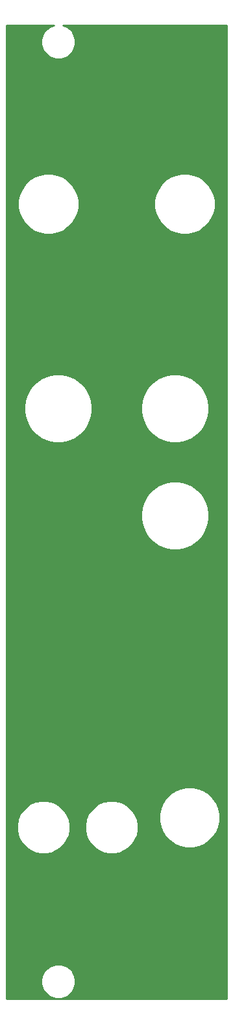
<source format=gbl>
G04 #@! TF.GenerationSoftware,KiCad,Pcbnew,5.1.7-a382d34a8~87~ubuntu18.04.1*
G04 #@! TF.CreationDate,2021-01-14T14:08:13+00:00*
G04 #@! TF.ProjectId,bad-trip-panel,6261642d-7472-4697-902d-70616e656c2e,rev?*
G04 #@! TF.SameCoordinates,Original*
G04 #@! TF.FileFunction,Copper,L2,Bot*
G04 #@! TF.FilePolarity,Positive*
%FSLAX46Y46*%
G04 Gerber Fmt 4.6, Leading zero omitted, Abs format (unit mm)*
G04 Created by KiCad (PCBNEW 5.1.7-a382d34a8~87~ubuntu18.04.1) date 2021-01-14 14:08:13*
%MOMM*%
%LPD*%
G01*
G04 APERTURE LIST*
G04 #@! TA.AperFunction,NonConductor*
%ADD10C,0.254000*%
G04 #@! TD*
G04 #@! TA.AperFunction,NonConductor*
%ADD11C,0.100000*%
G04 #@! TD*
G04 APERTURE END LIST*
D10*
X121982728Y-25277720D02*
X121574320Y-25446888D01*
X121206763Y-25692481D01*
X120894181Y-26005063D01*
X120648588Y-26372620D01*
X120479420Y-26781028D01*
X120393178Y-27214591D01*
X120393178Y-27656649D01*
X120479420Y-28090212D01*
X120648588Y-28498620D01*
X120894181Y-28866177D01*
X121206763Y-29178759D01*
X121574320Y-29424352D01*
X121982728Y-29593520D01*
X122416291Y-29679762D01*
X122858349Y-29679762D01*
X123291912Y-29593520D01*
X123700320Y-29424352D01*
X124067877Y-29178759D01*
X124380459Y-28866177D01*
X124626052Y-28498620D01*
X124795220Y-28090212D01*
X124881462Y-27656649D01*
X124881462Y-27214591D01*
X124795220Y-26781028D01*
X124626052Y-26372620D01*
X124380459Y-26005063D01*
X124067877Y-25692481D01*
X123700320Y-25446888D01*
X123291912Y-25277720D01*
X123256218Y-25270620D01*
X144542320Y-25270620D01*
X144542321Y-152200620D01*
X115872320Y-152200620D01*
X115872320Y-149714591D01*
X120393178Y-149714591D01*
X120393178Y-150156649D01*
X120479420Y-150590212D01*
X120648588Y-150998620D01*
X120894181Y-151366177D01*
X121206763Y-151678759D01*
X121574320Y-151924352D01*
X121982728Y-152093520D01*
X122416291Y-152179762D01*
X122858349Y-152179762D01*
X123291912Y-152093520D01*
X123700320Y-151924352D01*
X124067877Y-151678759D01*
X124380459Y-151366177D01*
X124626052Y-150998620D01*
X124795220Y-150590212D01*
X124881462Y-150156649D01*
X124881462Y-149714591D01*
X124795220Y-149281028D01*
X124626052Y-148872620D01*
X124380459Y-148505063D01*
X124067877Y-148192481D01*
X123700320Y-147946888D01*
X123291912Y-147777720D01*
X122858349Y-147691478D01*
X122416291Y-147691478D01*
X121982728Y-147777720D01*
X121574320Y-147946888D01*
X121206763Y-148192481D01*
X120894181Y-148505063D01*
X120648588Y-148872620D01*
X120479420Y-149281028D01*
X120393178Y-149714591D01*
X115872320Y-149714591D01*
X115872320Y-129502070D01*
X117199198Y-129502070D01*
X117199198Y-130189170D01*
X117333244Y-130863068D01*
X117596186Y-131497866D01*
X117977918Y-132069168D01*
X118463772Y-132555022D01*
X119035074Y-132936754D01*
X119669872Y-133199696D01*
X120343770Y-133333742D01*
X121030870Y-133333742D01*
X121704768Y-133199696D01*
X122339566Y-132936754D01*
X122910868Y-132555022D01*
X123396722Y-132069168D01*
X123778454Y-131497866D01*
X124041396Y-130863068D01*
X124175442Y-130189170D01*
X124175442Y-129502070D01*
X126089199Y-129502070D01*
X126089199Y-130189170D01*
X126223245Y-130863068D01*
X126486187Y-131497865D01*
X126867919Y-132069168D01*
X127353772Y-132555021D01*
X127925075Y-132936753D01*
X128559872Y-133199695D01*
X129233770Y-133333741D01*
X129920870Y-133333741D01*
X130594768Y-133199695D01*
X131229565Y-132936753D01*
X131800868Y-132555021D01*
X132286721Y-132069168D01*
X132668453Y-131497865D01*
X132931395Y-130863068D01*
X133065441Y-130189170D01*
X133065441Y-129502070D01*
X132931395Y-128828172D01*
X132668453Y-128193375D01*
X132661562Y-128183061D01*
X135751605Y-128183061D01*
X135751605Y-128968179D01*
X135904774Y-129738210D01*
X136205225Y-130463564D01*
X136641413Y-131116365D01*
X137196575Y-131671527D01*
X137849376Y-132107715D01*
X138574730Y-132408166D01*
X139344761Y-132561335D01*
X140129879Y-132561335D01*
X140899910Y-132408166D01*
X141625264Y-132107715D01*
X142278065Y-131671527D01*
X142833227Y-131116365D01*
X143269415Y-130463564D01*
X143569866Y-129738210D01*
X143723035Y-128968179D01*
X143723035Y-128183061D01*
X143569866Y-127413030D01*
X143269415Y-126687676D01*
X142833227Y-126034875D01*
X142278065Y-125479713D01*
X141625264Y-125043525D01*
X140899910Y-124743074D01*
X140129879Y-124589905D01*
X139344761Y-124589905D01*
X138574730Y-124743074D01*
X137849376Y-125043525D01*
X137196575Y-125479713D01*
X136641413Y-126034875D01*
X136205225Y-126687676D01*
X135904774Y-127413030D01*
X135751605Y-128183061D01*
X132661562Y-128183061D01*
X132286721Y-127622072D01*
X131800868Y-127136219D01*
X131229565Y-126754487D01*
X130594768Y-126491545D01*
X129920870Y-126357499D01*
X129233770Y-126357499D01*
X128559872Y-126491545D01*
X127925075Y-126754487D01*
X127353772Y-127136219D01*
X126867919Y-127622072D01*
X126486187Y-128193375D01*
X126223245Y-128828172D01*
X126089199Y-129502070D01*
X124175442Y-129502070D01*
X124041396Y-128828172D01*
X123778454Y-128193374D01*
X123396722Y-127622072D01*
X122910868Y-127136218D01*
X122339566Y-126754486D01*
X121704768Y-126491544D01*
X121030870Y-126357498D01*
X120343770Y-126357498D01*
X119669872Y-126491544D01*
X119035074Y-126754486D01*
X118463772Y-127136218D01*
X117977918Y-127622072D01*
X117596186Y-128193374D01*
X117333244Y-128828172D01*
X117199198Y-129502070D01*
X115872320Y-129502070D01*
X115872320Y-88764053D01*
X133354013Y-88764053D01*
X133354013Y-89647187D01*
X133526304Y-90513352D01*
X133864265Y-91329262D01*
X134354908Y-92063562D01*
X134979378Y-92688032D01*
X135713678Y-93178675D01*
X136529588Y-93516636D01*
X137395753Y-93688927D01*
X138278887Y-93688927D01*
X139145052Y-93516636D01*
X139960962Y-93178675D01*
X140695262Y-92688032D01*
X141319732Y-92063562D01*
X141810375Y-91329262D01*
X142148336Y-90513352D01*
X142320627Y-89647187D01*
X142320627Y-88764053D01*
X142148336Y-87897888D01*
X141810375Y-87081978D01*
X141319732Y-86347678D01*
X140695262Y-85723208D01*
X139960962Y-85232565D01*
X139145052Y-84894604D01*
X138278887Y-84722313D01*
X137395753Y-84722313D01*
X136529588Y-84894604D01*
X135713678Y-85232565D01*
X134979378Y-85723208D01*
X134354908Y-86347678D01*
X133864265Y-87081978D01*
X133526304Y-87897888D01*
X133354013Y-88764053D01*
X115872320Y-88764053D01*
X115872320Y-74794053D01*
X118114013Y-74794053D01*
X118114013Y-75677187D01*
X118286304Y-76543352D01*
X118624265Y-77359262D01*
X119114908Y-78093562D01*
X119739378Y-78718032D01*
X120473678Y-79208675D01*
X121289588Y-79546636D01*
X122155753Y-79718927D01*
X123038887Y-79718927D01*
X123905052Y-79546636D01*
X124720962Y-79208675D01*
X125455262Y-78718032D01*
X126079732Y-78093562D01*
X126570375Y-77359262D01*
X126908336Y-76543352D01*
X127080627Y-75677187D01*
X127080627Y-74794053D01*
X133354013Y-74794053D01*
X133354013Y-75677187D01*
X133526304Y-76543352D01*
X133864265Y-77359262D01*
X134354908Y-78093562D01*
X134979378Y-78718032D01*
X135713678Y-79208675D01*
X136529588Y-79546636D01*
X137395753Y-79718927D01*
X138278887Y-79718927D01*
X139145052Y-79546636D01*
X139960962Y-79208675D01*
X140695262Y-78718032D01*
X141319732Y-78093562D01*
X141810375Y-77359262D01*
X142148336Y-76543352D01*
X142320627Y-75677187D01*
X142320627Y-74794053D01*
X142148336Y-73927888D01*
X141810375Y-73111978D01*
X141319732Y-72377678D01*
X140695262Y-71753208D01*
X139960962Y-71262565D01*
X139145052Y-70924604D01*
X138278887Y-70752313D01*
X137395753Y-70752313D01*
X136529588Y-70924604D01*
X135713678Y-71262565D01*
X134979378Y-71753208D01*
X134354908Y-72377678D01*
X133864265Y-73111978D01*
X133526304Y-73927888D01*
X133354013Y-74794053D01*
X127080627Y-74794053D01*
X126908336Y-73927888D01*
X126570375Y-73111978D01*
X126079732Y-72377678D01*
X125455262Y-71753208D01*
X124720962Y-71262565D01*
X123905052Y-70924604D01*
X123038887Y-70752313D01*
X122155753Y-70752313D01*
X121289588Y-70924604D01*
X120473678Y-71262565D01*
X119739378Y-71753208D01*
X119114908Y-72377678D01*
X118624265Y-73111978D01*
X118286304Y-73927888D01*
X118114013Y-74794053D01*
X115872320Y-74794053D01*
X115872320Y-48173061D01*
X117341605Y-48173061D01*
X117341605Y-48958179D01*
X117494774Y-49728210D01*
X117795225Y-50453564D01*
X118231413Y-51106365D01*
X118786575Y-51661527D01*
X119439376Y-52097715D01*
X120164730Y-52398166D01*
X120934761Y-52551335D01*
X121719879Y-52551335D01*
X122489910Y-52398166D01*
X123215264Y-52097715D01*
X123868065Y-51661527D01*
X124423227Y-51106365D01*
X124859415Y-50453564D01*
X125159866Y-49728210D01*
X125313035Y-48958179D01*
X125313035Y-48173061D01*
X135121605Y-48173061D01*
X135121605Y-48958179D01*
X135274774Y-49728210D01*
X135575225Y-50453564D01*
X136011413Y-51106365D01*
X136566575Y-51661527D01*
X137219376Y-52097715D01*
X137944730Y-52398166D01*
X138714761Y-52551335D01*
X139499879Y-52551335D01*
X140269910Y-52398166D01*
X140995264Y-52097715D01*
X141648065Y-51661527D01*
X142203227Y-51106365D01*
X142639415Y-50453564D01*
X142939866Y-49728210D01*
X143093035Y-48958179D01*
X143093035Y-48173061D01*
X142939866Y-47403030D01*
X142639415Y-46677676D01*
X142203227Y-46024875D01*
X141648065Y-45469713D01*
X140995264Y-45033525D01*
X140269910Y-44733074D01*
X139499879Y-44579905D01*
X138714761Y-44579905D01*
X137944730Y-44733074D01*
X137219376Y-45033525D01*
X136566575Y-45469713D01*
X136011413Y-46024875D01*
X135575225Y-46677676D01*
X135274774Y-47403030D01*
X135121605Y-48173061D01*
X125313035Y-48173061D01*
X125159866Y-47403030D01*
X124859415Y-46677676D01*
X124423227Y-46024875D01*
X123868065Y-45469713D01*
X123215264Y-45033525D01*
X122489910Y-44733074D01*
X121719879Y-44579905D01*
X120934761Y-44579905D01*
X120164730Y-44733074D01*
X119439376Y-45033525D01*
X118786575Y-45469713D01*
X118231413Y-46024875D01*
X117795225Y-46677676D01*
X117494774Y-47403030D01*
X117341605Y-48173061D01*
X115872320Y-48173061D01*
X115872320Y-25270620D01*
X122018422Y-25270620D01*
X121982728Y-25277720D01*
G04 #@! TA.AperFunction,NonConductor*
D11*
G36*
X121982728Y-25277720D02*
G01*
X121574320Y-25446888D01*
X121206763Y-25692481D01*
X120894181Y-26005063D01*
X120648588Y-26372620D01*
X120479420Y-26781028D01*
X120393178Y-27214591D01*
X120393178Y-27656649D01*
X120479420Y-28090212D01*
X120648588Y-28498620D01*
X120894181Y-28866177D01*
X121206763Y-29178759D01*
X121574320Y-29424352D01*
X121982728Y-29593520D01*
X122416291Y-29679762D01*
X122858349Y-29679762D01*
X123291912Y-29593520D01*
X123700320Y-29424352D01*
X124067877Y-29178759D01*
X124380459Y-28866177D01*
X124626052Y-28498620D01*
X124795220Y-28090212D01*
X124881462Y-27656649D01*
X124881462Y-27214591D01*
X124795220Y-26781028D01*
X124626052Y-26372620D01*
X124380459Y-26005063D01*
X124067877Y-25692481D01*
X123700320Y-25446888D01*
X123291912Y-25277720D01*
X123256218Y-25270620D01*
X144542320Y-25270620D01*
X144542321Y-152200620D01*
X115872320Y-152200620D01*
X115872320Y-149714591D01*
X120393178Y-149714591D01*
X120393178Y-150156649D01*
X120479420Y-150590212D01*
X120648588Y-150998620D01*
X120894181Y-151366177D01*
X121206763Y-151678759D01*
X121574320Y-151924352D01*
X121982728Y-152093520D01*
X122416291Y-152179762D01*
X122858349Y-152179762D01*
X123291912Y-152093520D01*
X123700320Y-151924352D01*
X124067877Y-151678759D01*
X124380459Y-151366177D01*
X124626052Y-150998620D01*
X124795220Y-150590212D01*
X124881462Y-150156649D01*
X124881462Y-149714591D01*
X124795220Y-149281028D01*
X124626052Y-148872620D01*
X124380459Y-148505063D01*
X124067877Y-148192481D01*
X123700320Y-147946888D01*
X123291912Y-147777720D01*
X122858349Y-147691478D01*
X122416291Y-147691478D01*
X121982728Y-147777720D01*
X121574320Y-147946888D01*
X121206763Y-148192481D01*
X120894181Y-148505063D01*
X120648588Y-148872620D01*
X120479420Y-149281028D01*
X120393178Y-149714591D01*
X115872320Y-149714591D01*
X115872320Y-129502070D01*
X117199198Y-129502070D01*
X117199198Y-130189170D01*
X117333244Y-130863068D01*
X117596186Y-131497866D01*
X117977918Y-132069168D01*
X118463772Y-132555022D01*
X119035074Y-132936754D01*
X119669872Y-133199696D01*
X120343770Y-133333742D01*
X121030870Y-133333742D01*
X121704768Y-133199696D01*
X122339566Y-132936754D01*
X122910868Y-132555022D01*
X123396722Y-132069168D01*
X123778454Y-131497866D01*
X124041396Y-130863068D01*
X124175442Y-130189170D01*
X124175442Y-129502070D01*
X126089199Y-129502070D01*
X126089199Y-130189170D01*
X126223245Y-130863068D01*
X126486187Y-131497865D01*
X126867919Y-132069168D01*
X127353772Y-132555021D01*
X127925075Y-132936753D01*
X128559872Y-133199695D01*
X129233770Y-133333741D01*
X129920870Y-133333741D01*
X130594768Y-133199695D01*
X131229565Y-132936753D01*
X131800868Y-132555021D01*
X132286721Y-132069168D01*
X132668453Y-131497865D01*
X132931395Y-130863068D01*
X133065441Y-130189170D01*
X133065441Y-129502070D01*
X132931395Y-128828172D01*
X132668453Y-128193375D01*
X132661562Y-128183061D01*
X135751605Y-128183061D01*
X135751605Y-128968179D01*
X135904774Y-129738210D01*
X136205225Y-130463564D01*
X136641413Y-131116365D01*
X137196575Y-131671527D01*
X137849376Y-132107715D01*
X138574730Y-132408166D01*
X139344761Y-132561335D01*
X140129879Y-132561335D01*
X140899910Y-132408166D01*
X141625264Y-132107715D01*
X142278065Y-131671527D01*
X142833227Y-131116365D01*
X143269415Y-130463564D01*
X143569866Y-129738210D01*
X143723035Y-128968179D01*
X143723035Y-128183061D01*
X143569866Y-127413030D01*
X143269415Y-126687676D01*
X142833227Y-126034875D01*
X142278065Y-125479713D01*
X141625264Y-125043525D01*
X140899910Y-124743074D01*
X140129879Y-124589905D01*
X139344761Y-124589905D01*
X138574730Y-124743074D01*
X137849376Y-125043525D01*
X137196575Y-125479713D01*
X136641413Y-126034875D01*
X136205225Y-126687676D01*
X135904774Y-127413030D01*
X135751605Y-128183061D01*
X132661562Y-128183061D01*
X132286721Y-127622072D01*
X131800868Y-127136219D01*
X131229565Y-126754487D01*
X130594768Y-126491545D01*
X129920870Y-126357499D01*
X129233770Y-126357499D01*
X128559872Y-126491545D01*
X127925075Y-126754487D01*
X127353772Y-127136219D01*
X126867919Y-127622072D01*
X126486187Y-128193375D01*
X126223245Y-128828172D01*
X126089199Y-129502070D01*
X124175442Y-129502070D01*
X124041396Y-128828172D01*
X123778454Y-128193374D01*
X123396722Y-127622072D01*
X122910868Y-127136218D01*
X122339566Y-126754486D01*
X121704768Y-126491544D01*
X121030870Y-126357498D01*
X120343770Y-126357498D01*
X119669872Y-126491544D01*
X119035074Y-126754486D01*
X118463772Y-127136218D01*
X117977918Y-127622072D01*
X117596186Y-128193374D01*
X117333244Y-128828172D01*
X117199198Y-129502070D01*
X115872320Y-129502070D01*
X115872320Y-88764053D01*
X133354013Y-88764053D01*
X133354013Y-89647187D01*
X133526304Y-90513352D01*
X133864265Y-91329262D01*
X134354908Y-92063562D01*
X134979378Y-92688032D01*
X135713678Y-93178675D01*
X136529588Y-93516636D01*
X137395753Y-93688927D01*
X138278887Y-93688927D01*
X139145052Y-93516636D01*
X139960962Y-93178675D01*
X140695262Y-92688032D01*
X141319732Y-92063562D01*
X141810375Y-91329262D01*
X142148336Y-90513352D01*
X142320627Y-89647187D01*
X142320627Y-88764053D01*
X142148336Y-87897888D01*
X141810375Y-87081978D01*
X141319732Y-86347678D01*
X140695262Y-85723208D01*
X139960962Y-85232565D01*
X139145052Y-84894604D01*
X138278887Y-84722313D01*
X137395753Y-84722313D01*
X136529588Y-84894604D01*
X135713678Y-85232565D01*
X134979378Y-85723208D01*
X134354908Y-86347678D01*
X133864265Y-87081978D01*
X133526304Y-87897888D01*
X133354013Y-88764053D01*
X115872320Y-88764053D01*
X115872320Y-74794053D01*
X118114013Y-74794053D01*
X118114013Y-75677187D01*
X118286304Y-76543352D01*
X118624265Y-77359262D01*
X119114908Y-78093562D01*
X119739378Y-78718032D01*
X120473678Y-79208675D01*
X121289588Y-79546636D01*
X122155753Y-79718927D01*
X123038887Y-79718927D01*
X123905052Y-79546636D01*
X124720962Y-79208675D01*
X125455262Y-78718032D01*
X126079732Y-78093562D01*
X126570375Y-77359262D01*
X126908336Y-76543352D01*
X127080627Y-75677187D01*
X127080627Y-74794053D01*
X133354013Y-74794053D01*
X133354013Y-75677187D01*
X133526304Y-76543352D01*
X133864265Y-77359262D01*
X134354908Y-78093562D01*
X134979378Y-78718032D01*
X135713678Y-79208675D01*
X136529588Y-79546636D01*
X137395753Y-79718927D01*
X138278887Y-79718927D01*
X139145052Y-79546636D01*
X139960962Y-79208675D01*
X140695262Y-78718032D01*
X141319732Y-78093562D01*
X141810375Y-77359262D01*
X142148336Y-76543352D01*
X142320627Y-75677187D01*
X142320627Y-74794053D01*
X142148336Y-73927888D01*
X141810375Y-73111978D01*
X141319732Y-72377678D01*
X140695262Y-71753208D01*
X139960962Y-71262565D01*
X139145052Y-70924604D01*
X138278887Y-70752313D01*
X137395753Y-70752313D01*
X136529588Y-70924604D01*
X135713678Y-71262565D01*
X134979378Y-71753208D01*
X134354908Y-72377678D01*
X133864265Y-73111978D01*
X133526304Y-73927888D01*
X133354013Y-74794053D01*
X127080627Y-74794053D01*
X126908336Y-73927888D01*
X126570375Y-73111978D01*
X126079732Y-72377678D01*
X125455262Y-71753208D01*
X124720962Y-71262565D01*
X123905052Y-70924604D01*
X123038887Y-70752313D01*
X122155753Y-70752313D01*
X121289588Y-70924604D01*
X120473678Y-71262565D01*
X119739378Y-71753208D01*
X119114908Y-72377678D01*
X118624265Y-73111978D01*
X118286304Y-73927888D01*
X118114013Y-74794053D01*
X115872320Y-74794053D01*
X115872320Y-48173061D01*
X117341605Y-48173061D01*
X117341605Y-48958179D01*
X117494774Y-49728210D01*
X117795225Y-50453564D01*
X118231413Y-51106365D01*
X118786575Y-51661527D01*
X119439376Y-52097715D01*
X120164730Y-52398166D01*
X120934761Y-52551335D01*
X121719879Y-52551335D01*
X122489910Y-52398166D01*
X123215264Y-52097715D01*
X123868065Y-51661527D01*
X124423227Y-51106365D01*
X124859415Y-50453564D01*
X125159866Y-49728210D01*
X125313035Y-48958179D01*
X125313035Y-48173061D01*
X135121605Y-48173061D01*
X135121605Y-48958179D01*
X135274774Y-49728210D01*
X135575225Y-50453564D01*
X136011413Y-51106365D01*
X136566575Y-51661527D01*
X137219376Y-52097715D01*
X137944730Y-52398166D01*
X138714761Y-52551335D01*
X139499879Y-52551335D01*
X140269910Y-52398166D01*
X140995264Y-52097715D01*
X141648065Y-51661527D01*
X142203227Y-51106365D01*
X142639415Y-50453564D01*
X142939866Y-49728210D01*
X143093035Y-48958179D01*
X143093035Y-48173061D01*
X142939866Y-47403030D01*
X142639415Y-46677676D01*
X142203227Y-46024875D01*
X141648065Y-45469713D01*
X140995264Y-45033525D01*
X140269910Y-44733074D01*
X139499879Y-44579905D01*
X138714761Y-44579905D01*
X137944730Y-44733074D01*
X137219376Y-45033525D01*
X136566575Y-45469713D01*
X136011413Y-46024875D01*
X135575225Y-46677676D01*
X135274774Y-47403030D01*
X135121605Y-48173061D01*
X125313035Y-48173061D01*
X125159866Y-47403030D01*
X124859415Y-46677676D01*
X124423227Y-46024875D01*
X123868065Y-45469713D01*
X123215264Y-45033525D01*
X122489910Y-44733074D01*
X121719879Y-44579905D01*
X120934761Y-44579905D01*
X120164730Y-44733074D01*
X119439376Y-45033525D01*
X118786575Y-45469713D01*
X118231413Y-46024875D01*
X117795225Y-46677676D01*
X117494774Y-47403030D01*
X117341605Y-48173061D01*
X115872320Y-48173061D01*
X115872320Y-25270620D01*
X122018422Y-25270620D01*
X121982728Y-25277720D01*
G37*
G04 #@! TD.AperFunction*
M02*

</source>
